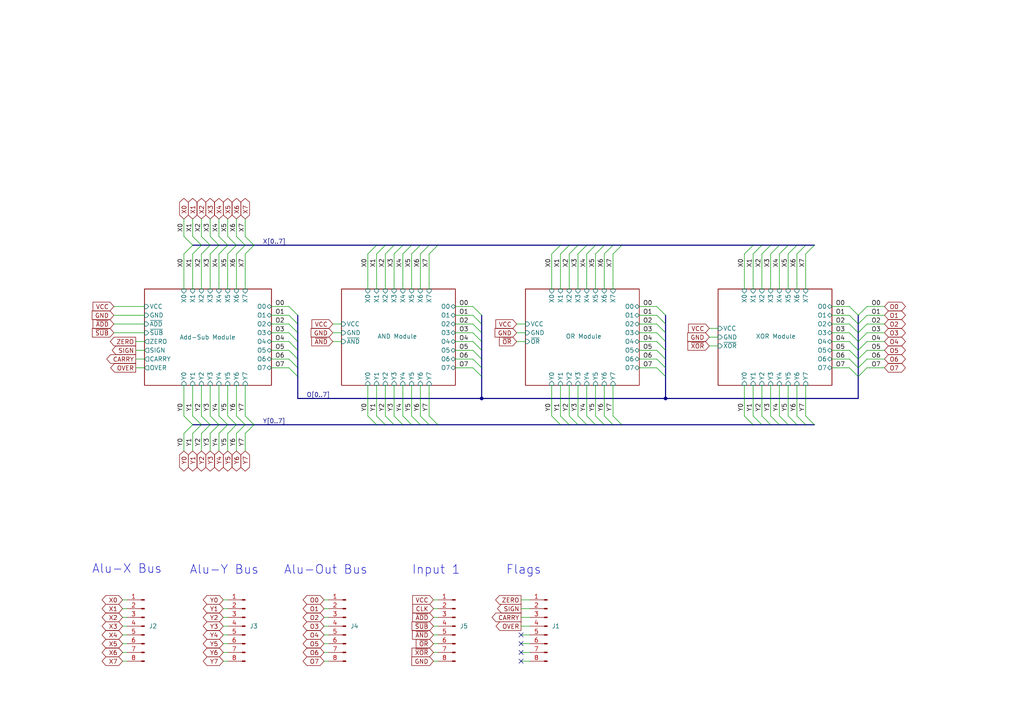
<source format=kicad_sch>
(kicad_sch (version 20250114) (generator "eeschema") (generator_version "9.0")
  (paper "A4")
  (lib_symbols
    (symbol "Connector:Conn_01x08_Pin" (pin_names (offset 1.016) (hide yes))
      (property "Reference" "J" (at 0 10.16 0))
      (property "Value" "Conn_01x08_Pin" (at 0 -12.7 0))
      (symbol "Conn_01x08_Pin_1_1"
        (rectangle (start 0.8636 7.747) (end 0 7.493) (stroke (width 0.1524)) (fill (type outline)))
        (rectangle (start 0.8636 5.207) (end 0 4.953) (stroke (width 0.1524)) (fill (type outline)))
        (rectangle (start 0.8636 2.667) (end 0 2.413) (stroke (width 0.1524)) (fill (type outline)))
        (rectangle (start 0.8636 0.127) (end 0 -0.127) (stroke (width 0.1524)) (fill (type outline)))
        (rectangle (start 0.8636 -2.413) (end 0 -2.667) (stroke (width 0.1524)) (fill (type outline)))
        (rectangle (start 0.8636 -4.953) (end 0 -5.207) (stroke (width 0.1524)) (fill (type outline)))
        (rectangle (start 0.8636 -7.493) (end 0 -7.747) (stroke (width 0.1524)) (fill (type outline)))
        (rectangle (start 0.8636 -10.033) (end 0 -10.287) (stroke (width 0.1524)) (fill (type outline)))
        (polyline (pts (xy 1.27 7.62) (xy 0.8636 7.62)) (stroke (width 0.1524)))
        (polyline (pts (xy 1.27 5.08) (xy 0.8636 5.08)) (stroke (width 0.1524)))
        (polyline (pts (xy 1.27 2.54) (xy 0.8636 2.54)) (stroke (width 0.1524)))
        (polyline (pts (xy 1.27 0) (xy 0.8636 0)) (stroke (width 0.1524)))
        (polyline (pts (xy 1.27 -2.54) (xy 0.8636 -2.54)) (stroke (width 0.1524)))
        (polyline (pts (xy 1.27 -5.08) (xy 0.8636 -5.08)) (stroke (width 0.1524)))
        (polyline (pts (xy 1.27 -7.62) (xy 0.8636 -7.62)) (stroke (width 0.1524)))
        (polyline (pts (xy 1.27 -10.16) (xy 0.8636 -10.16)) (stroke (width 0.1524)))
        (pin passive line (at 5.08 7.62 180) (length 3.81) (name "Pin_1") (number "1"))
        (pin passive line (at 5.08 5.08 180) (length 3.81) (name "Pin_2") (number "2"))
        (pin passive line (at 5.08 2.54 180) (length 3.81) (name "Pin_3") (number "3"))
        (pin passive line (at 5.08 0 180) (length 3.81) (name "Pin_4") (number "4"))
        (pin passive line (at 5.08 -2.54 180) (length 3.81) (name "Pin_5") (number "5"))
        (pin passive line (at 5.08 -5.08 180) (length 3.81) (name "Pin_6") (number "6"))
        (pin passive line (at 5.08 -7.62 180) (length 3.81) (name "Pin_7") (number "7"))
        (pin passive line (at 5.08 -10.16 180) (length 3.81) (name "Pin_8") (number "8"))
      )
    )
  )
  (text "Flags" (at 151.892 165.354 0) (effects (font (size 2.54 2.54))))
  (text "Alu-X Bus" (at 36.83 165.1 0) (effects (font (size 2.54 2.54))))
  (text "Alu-Y Bus" (at 65.024 165.354 0) (effects (font (size 2.54 2.54))))
  (text "Alu-Out Bus" (at 94.488 165.354 0) (effects (font (size 2.54 2.54))))
  (text "Input 1" (at 126.492 165.354 0) (effects (font (size 2.54 2.54))))
  (junction (at 139.7 115.57))
  (junction (at 193.04 115.57))
  (no_connect (at 151.13 189.23))
  (no_connect (at 151.13 186.69))
  (no_connect (at 151.13 184.15))
  (no_connect (at 151.13 191.77))
  (bus_entry (at 60.96 71.12) (size -2.54 2.54))
  (bus_entry (at 223.52 123.19) (size -2.54 -2.54))
  (bus_entry (at 193.04 93.98) (size -2.54 -2.54))
  (bus_entry (at 175.26 71.12) (size -2.54 2.54))
  (bus_entry (at 193.04 106.68) (size -2.54 -2.54))
  (bus_entry (at 162.56 71.12) (size -2.54 2.54))
  (bus_entry (at 220.98 71.12) (size -2.54 2.54))
  (bus_entry (at 55.88 71.12) (size -2.54 -2.54))
  (bus_entry (at 124.46 71.12) (size -2.54 2.54))
  (bus_entry (at 162.56 123.19) (size -2.54 -2.54))
  (bus_entry (at 226.06 71.12) (size -2.54 2.54))
  (bus_entry (at 60.96 71.12) (size -2.54 -2.54))
  (bus_entry (at 193.04 99.06) (size -2.54 -2.54))
  (bus_entry (at 68.58 71.12) (size -2.54 2.54))
  (bus_entry (at 248.92 93.98) (size -2.54 -2.54))
  (bus_entry (at 248.92 99.06) (size -2.54 -2.54))
  (bus_entry (at 116.84 123.19) (size -2.54 -2.54))
  (bus_entry (at 233.68 71.12) (size -2.54 2.54))
  (bus_entry (at 86.36 99.06) (size -2.54 -2.54))
  (bus_entry (at 139.7 104.14) (size -2.54 -2.54))
  (bus_entry (at 139.7 93.98) (size -2.54 -2.54))
  (bus_entry (at 167.64 71.12) (size -2.54 2.54))
  (bus_entry (at 233.68 123.19) (size -2.54 -2.54))
  (bus_entry (at 111.76 123.19) (size -2.54 -2.54))
  (bus_entry (at 180.34 123.19) (size -2.54 -2.54))
  (bus_entry (at 139.7 91.44) (size -2.54 -2.54))
  (bus_entry (at 248.92 93.98) (size 2.54 -2.54))
  (bus_entry (at 170.18 71.12) (size -2.54 2.54))
  (bus_entry (at 236.22 123.19) (size -2.54 -2.54))
  (bus_entry (at 218.44 123.19) (size -2.54 -2.54))
  (bus_entry (at 119.38 71.12) (size -2.54 2.54))
  (bus_entry (at 73.66 123.19) (size -2.54 -2.54))
  (bus_entry (at 193.04 104.14) (size -2.54 -2.54))
  (bus_entry (at 248.92 99.06) (size 2.54 -2.54))
  (bus_entry (at 180.34 71.12) (size -2.54 2.54))
  (bus_entry (at 58.42 71.12) (size -2.54 -2.54))
  (bus_entry (at 73.66 71.12) (size -2.54 2.54))
  (bus_entry (at 86.36 109.22) (size -2.54 -2.54))
  (bus_entry (at 63.5 123.19) (size -2.54 2.54))
  (bus_entry (at 86.36 106.68) (size -2.54 -2.54))
  (bus_entry (at 73.66 71.12) (size -2.54 -2.54))
  (bus_entry (at 114.3 123.19) (size -2.54 -2.54))
  (bus_entry (at 231.14 71.12) (size -2.54 2.54))
  (bus_entry (at 73.66 123.19) (size -2.54 2.54))
  (bus_entry (at 248.92 106.68) (size -2.54 -2.54))
  (bus_entry (at 139.7 96.52) (size -2.54 -2.54))
  (bus_entry (at 175.26 123.19) (size -2.54 -2.54))
  (bus_entry (at 66.04 71.12) (size -2.54 2.54))
  (bus_entry (at 71.12 71.12) (size -2.54 2.54))
  (bus_entry (at 248.92 96.52) (size -2.54 -2.54))
  (bus_entry (at 60.96 123.19) (size -2.54 -2.54))
  (bus_entry (at 228.6 123.19) (size -2.54 -2.54))
  (bus_entry (at 248.92 101.6) (size -2.54 -2.54))
  (bus_entry (at 63.5 71.12) (size -2.54 -2.54))
  (bus_entry (at 193.04 109.22) (size -2.54 -2.54))
  (bus_entry (at 220.98 123.19) (size -2.54 -2.54))
  (bus_entry (at 236.22 71.12) (size -2.54 2.54))
  (bus_entry (at 248.92 101.6) (size 2.54 -2.54))
  (bus_entry (at 231.14 123.19) (size -2.54 -2.54))
  (bus_entry (at 68.58 123.19) (size -2.54 2.54))
  (bus_entry (at 68.58 123.19) (size -2.54 -2.54))
  (bus_entry (at 218.44 71.12) (size -2.54 2.54))
  (bus_entry (at 66.04 123.19) (size -2.54 2.54))
  (bus_entry (at 170.18 123.19) (size -2.54 -2.54))
  (bus_entry (at 139.7 101.6) (size -2.54 -2.54))
  (bus_entry (at 58.42 71.12) (size -2.54 2.54))
  (bus_entry (at 86.36 91.44) (size -2.54 -2.54))
  (bus_entry (at 248.92 106.68) (size 2.54 -2.54))
  (bus_entry (at 193.04 91.44) (size -2.54 -2.54))
  (bus_entry (at 248.92 109.22) (size 2.54 -2.54))
  (bus_entry (at 71.12 123.19) (size -2.54 2.54))
  (bus_entry (at 86.36 93.98) (size -2.54 -2.54))
  (bus_entry (at 58.42 123.19) (size -2.54 -2.54))
  (bus_entry (at 86.36 101.6) (size -2.54 -2.54))
  (bus_entry (at 71.12 123.19) (size -2.54 -2.54))
  (bus_entry (at 139.7 99.06) (size -2.54 -2.54))
  (bus_entry (at 248.92 91.44) (size -2.54 -2.54))
  (bus_entry (at 193.04 96.52) (size -2.54 -2.54))
  (bus_entry (at 177.8 71.12) (size -2.54 2.54))
  (bus_entry (at 223.52 71.12) (size -2.54 2.54))
  (bus_entry (at 248.92 104.14) (size -2.54 -2.54))
  (bus_entry (at 55.88 123.19) (size -2.54 2.54))
  (bus_entry (at 116.84 71.12) (size -2.54 2.54))
  (bus_entry (at 172.72 123.19) (size -2.54 -2.54))
  (bus_entry (at 139.7 109.22) (size -2.54 -2.54))
  (bus_entry (at 139.7 106.68) (size -2.54 -2.54))
  (bus_entry (at 63.5 71.12) (size -2.54 2.54))
  (bus_entry (at 66.04 71.12) (size -2.54 -2.54))
  (bus_entry (at 228.6 71.12) (size -2.54 2.54))
  (bus_entry (at 68.58 71.12) (size -2.54 -2.54))
  (bus_entry (at 119.38 123.19) (size -2.54 -2.54))
  (bus_entry (at 177.8 123.19) (size -2.54 -2.54))
  (bus_entry (at 193.04 101.6) (size -2.54 -2.54))
  (bus_entry (at 226.06 123.19) (size -2.54 -2.54))
  (bus_entry (at 58.42 123.19) (size -2.54 2.54))
  (bus_entry (at 127 123.19) (size -2.54 -2.54))
  (bus_entry (at 109.22 123.19) (size -2.54 -2.54))
  (bus_entry (at 55.88 123.19) (size -2.54 -2.54))
  (bus_entry (at 172.72 71.12) (size -2.54 2.54))
  (bus_entry (at 165.1 123.19) (size -2.54 -2.54))
  (bus_entry (at 121.92 71.12) (size -2.54 2.54))
  (bus_entry (at 248.92 91.44) (size 2.54 -2.54))
  (bus_entry (at 248.92 109.22) (size -2.54 -2.54))
  (bus_entry (at 109.22 71.12) (size -2.54 2.54))
  (bus_entry (at 111.76 71.12) (size -2.54 2.54))
  (bus_entry (at 86.36 96.52) (size -2.54 -2.54))
  (bus_entry (at 114.3 71.12) (size -2.54 2.54))
  (bus_entry (at 121.92 123.19) (size -2.54 -2.54))
  (bus_entry (at 55.88 71.12) (size -2.54 2.54))
  (bus_entry (at 63.5 123.19) (size -2.54 -2.54))
  (bus_entry (at 124.46 123.19) (size -2.54 -2.54))
  (bus_entry (at 167.64 123.19) (size -2.54 -2.54))
  (bus_entry (at 60.96 123.19) (size -2.54 2.54))
  (bus_entry (at 248.92 96.52) (size 2.54 -2.54))
  (bus_entry (at 71.12 71.12) (size -2.54 -2.54))
  (bus_entry (at 165.1 71.12) (size -2.54 2.54))
  (bus_entry (at 127 71.12) (size -2.54 2.54))
  (bus_entry (at 66.04 123.19) (size -2.54 -2.54))
  (bus_entry (at 86.36 104.14) (size -2.54 -2.54))
  (bus_entry (at 248.92 104.14) (size 2.54 -2.54))
  (wire (pts (xy 160.02 83.82) (xy 160.02 73.66)))
  (bus (pts (xy 162.56 71.12) (xy 165.1 71.12)))
  (bus (pts (xy 121.92 123.19) (xy 124.46 123.19)))
  (wire (pts (xy 256.54 106.68) (xy 251.46 106.68)))
  (bus (pts (xy 193.04 109.22) (xy 193.04 115.57)))
  (wire (pts (xy 132.08 101.6) (xy 137.16 101.6)))
  (wire (pts (xy 151.13 191.77) (xy 153.67 191.77)))
  (wire (pts (xy 218.44 111.76) (xy 218.44 120.65)))
  (wire (pts (xy 63.5 83.82) (xy 63.5 73.66)))
  (wire (pts (xy 256.54 104.14) (xy 251.46 104.14)))
  (bus (pts (xy 223.52 123.19) (xy 226.06 123.19)))
  (wire (pts (xy 58.42 83.82) (xy 58.42 73.66)))
  (wire (pts (xy 55.88 125.73) (xy 55.88 130.81)))
  (wire (pts (xy 256.54 93.98) (xy 251.46 93.98)))
  (bus (pts (xy 193.04 104.14) (xy 193.04 106.68)))
  (bus (pts (xy 172.72 71.12) (xy 175.26 71.12)))
  (wire (pts (xy 106.68 111.76) (xy 106.68 120.65)))
  (wire (pts (xy 53.34 63.5) (xy 53.34 68.58)))
  (wire (pts (xy 220.98 111.76) (xy 220.98 120.65)))
  (bus (pts (xy 165.1 123.19) (xy 167.64 123.19)))
  (bus (pts (xy 193.04 93.98) (xy 193.04 96.52)))
  (bus (pts (xy 71.12 123.19) (xy 73.66 123.19)))
  (bus (pts (xy 248.92 93.98) (xy 248.92 96.52)))
  (wire (pts (xy 78.74 96.52) (xy 83.82 96.52)))
  (bus (pts (xy 139.7 109.22) (xy 139.7 115.57)))
  (wire (pts (xy 66.04 173.99) (xy 64.77 173.99)))
  (wire (pts (xy 132.08 88.9) (xy 137.16 88.9)))
  (wire (pts (xy 151.13 179.07) (xy 153.67 179.07)))
  (wire (pts (xy 205.74 95.25) (xy 208.28 95.25)))
  (wire (pts (xy 71.12 83.82) (xy 71.12 73.66)))
  (bus (pts (xy 68.58 123.19) (xy 71.12 123.19)))
  (wire (pts (xy 228.6 111.76) (xy 228.6 120.65)))
  (wire (pts (xy 96.52 99.06) (xy 99.06 99.06)))
  (bus (pts (xy 175.26 123.19) (xy 177.8 123.19)))
  (bus (pts (xy 116.84 123.19) (xy 119.38 123.19)))
  (bus (pts (xy 86.36 101.6) (xy 86.36 104.14)))
  (bus (pts (xy 218.44 71.12) (xy 220.98 71.12)))
  (wire (pts (xy 66.04 184.15) (xy 64.77 184.15)))
  (wire (pts (xy 39.37 101.6) (xy 41.91 101.6)))
  (bus (pts (xy 231.14 123.19) (xy 233.68 123.19)))
  (wire (pts (xy 58.42 111.76) (xy 58.42 120.65)))
  (bus (pts (xy 60.96 71.12) (xy 63.5 71.12)))
  (bus (pts (xy 109.22 71.12) (xy 111.76 71.12)))
  (wire (pts (xy 132.08 99.06) (xy 137.16 99.06)))
  (bus (pts (xy 139.7 115.57) (xy 193.04 115.57)))
  (wire (pts (xy 185.42 106.68) (xy 190.5 106.68)))
  (wire (pts (xy 78.74 91.44) (xy 83.82 91.44)))
  (wire (pts (xy 119.38 83.82) (xy 119.38 73.66)))
  (bus (pts (xy 228.6 123.19) (xy 231.14 123.19)))
  (wire (pts (xy 36.83 184.15) (xy 35.56 184.15)))
  (wire (pts (xy 39.37 106.68) (xy 41.91 106.68)))
  (wire (pts (xy 116.84 111.76) (xy 116.84 120.65)))
  (bus (pts (xy 162.56 123.19) (xy 165.1 123.19)))
  (wire (pts (xy 95.25 189.23) (xy 93.98 189.23)))
  (wire (pts (xy 162.56 83.82) (xy 162.56 73.66)))
  (bus (pts (xy 111.76 71.12) (xy 114.3 71.12)))
  (wire (pts (xy 185.42 91.44) (xy 190.5 91.44)))
  (bus (pts (xy 66.04 71.12) (xy 68.58 71.12)))
  (bus (pts (xy 116.84 71.12) (xy 119.38 71.12)))
  (wire (pts (xy 231.14 111.76) (xy 231.14 120.65)))
  (bus (pts (xy 86.36 93.98) (xy 86.36 96.52)))
  (bus (pts (xy 71.12 71.12) (xy 73.66 71.12)))
  (wire (pts (xy 241.3 104.14) (xy 246.38 104.14)))
  (wire (pts (xy 125.73 184.15) (xy 127 184.15)))
  (wire (pts (xy 121.92 111.76) (xy 121.92 120.65)))
  (bus (pts (xy 228.6 71.12) (xy 231.14 71.12)))
  (bus (pts (xy 114.3 123.19) (xy 116.84 123.19)))
  (wire (pts (xy 66.04 176.53) (xy 64.77 176.53)))
  (wire (pts (xy 60.96 125.73) (xy 60.96 130.81)))
  (wire (pts (xy 241.3 96.52) (xy 246.38 96.52)))
  (wire (pts (xy 33.02 88.9) (xy 41.91 88.9)))
  (bus (pts (xy 66.04 123.19) (xy 68.58 123.19)))
  (wire (pts (xy 231.14 83.82) (xy 231.14 73.66)))
  (bus (pts (xy 127 123.19) (xy 162.56 123.19)))
  (bus (pts (xy 139.7 106.68) (xy 139.7 109.22)))
  (bus (pts (xy 139.7 101.6) (xy 139.7 104.14)))
  (wire (pts (xy 58.42 125.73) (xy 58.42 130.81)))
  (wire (pts (xy 109.22 83.82) (xy 109.22 73.66)))
  (bus (pts (xy 165.1 71.12) (xy 167.64 71.12)))
  (bus (pts (xy 226.06 71.12) (xy 228.6 71.12)))
  (wire (pts (xy 53.34 125.73) (xy 53.34 130.81)))
  (bus (pts (xy 167.64 123.19) (xy 170.18 123.19)))
  (wire (pts (xy 111.76 83.82) (xy 111.76 73.66)))
  (wire (pts (xy 256.54 99.06) (xy 251.46 99.06)))
  (bus (pts (xy 86.36 99.06) (xy 86.36 101.6)))
  (wire (pts (xy 33.02 93.98) (xy 41.91 93.98)))
  (wire (pts (xy 109.22 111.76) (xy 109.22 120.65)))
  (wire (pts (xy 78.74 93.98) (xy 83.82 93.98)))
  (bus (pts (xy 220.98 71.12) (xy 223.52 71.12)))
  (wire (pts (xy 55.88 83.82) (xy 55.88 73.66)))
  (wire (pts (xy 149.86 93.98) (xy 152.4 93.98)))
  (wire (pts (xy 111.76 111.76) (xy 111.76 120.65)))
  (wire (pts (xy 68.58 111.76) (xy 68.58 120.65)))
  (wire (pts (xy 241.3 93.98) (xy 246.38 93.98)))
  (wire (pts (xy 36.83 189.23) (xy 35.56 189.23)))
  (wire (pts (xy 66.04 189.23) (xy 64.77 189.23)))
  (wire (pts (xy 241.3 88.9) (xy 246.38 88.9)))
  (wire (pts (xy 116.84 83.82) (xy 116.84 73.66)))
  (wire (pts (xy 151.13 181.61) (xy 153.67 181.61)))
  (wire (pts (xy 33.02 91.44) (xy 41.91 91.44)))
  (bus (pts (xy 193.04 91.44) (xy 193.04 93.98)))
  (wire (pts (xy 95.25 173.99) (xy 93.98 173.99)))
  (bus (pts (xy 248.92 96.52) (xy 248.92 99.06)))
  (bus (pts (xy 60.96 123.19) (xy 63.5 123.19)))
  (wire (pts (xy 162.56 111.76) (xy 162.56 120.65)))
  (wire (pts (xy 119.38 111.76) (xy 119.38 120.65)))
  (bus (pts (xy 180.34 71.12) (xy 218.44 71.12)))
  (wire (pts (xy 36.83 191.77) (xy 35.56 191.77)))
  (bus (pts (xy 226.06 123.19) (xy 228.6 123.19)))
  (wire (pts (xy 132.08 104.14) (xy 137.16 104.14)))
  (wire (pts (xy 167.64 111.76) (xy 167.64 120.65)))
  (bus (pts (xy 63.5 71.12) (xy 66.04 71.12)))
  (bus (pts (xy 55.88 123.19) (xy 58.42 123.19)))
  (bus (pts (xy 139.7 99.06) (xy 139.7 101.6)))
  (wire (pts (xy 66.04 125.73) (xy 66.04 130.81)))
  (wire (pts (xy 233.68 83.82) (xy 233.68 73.66)))
  (wire (pts (xy 53.34 111.76) (xy 53.34 120.65)))
  (wire (pts (xy 241.3 106.68) (xy 246.38 106.68)))
  (wire (pts (xy 55.88 111.76) (xy 55.88 120.65)))
  (wire (pts (xy 149.86 99.06) (xy 152.4 99.06)))
  (wire (pts (xy 63.5 63.5) (xy 63.5 68.58)))
  (wire (pts (xy 125.73 189.23) (xy 127 189.23)))
  (wire (pts (xy 151.13 184.15) (xy 153.67 184.15)))
  (wire (pts (xy 256.54 91.44) (xy 251.46 91.44)))
  (bus (pts (xy 119.38 123.19) (xy 121.92 123.19)))
  (wire (pts (xy 66.04 191.77) (xy 64.77 191.77)))
  (bus (pts (xy 193.04 99.06) (xy 193.04 101.6)))
  (wire (pts (xy 125.73 191.77) (xy 127 191.77)))
  (wire (pts (xy 78.74 104.14) (xy 83.82 104.14)))
  (bus (pts (xy 248.92 104.14) (xy 248.92 106.68)))
  (wire (pts (xy 78.74 106.68) (xy 83.82 106.68)))
  (wire (pts (xy 39.37 104.14) (xy 41.91 104.14)))
  (bus (pts (xy 223.52 71.12) (xy 226.06 71.12)))
  (bus (pts (xy 175.26 71.12) (xy 177.8 71.12)))
  (bus (pts (xy 180.34 123.19) (xy 218.44 123.19)))
  (bus (pts (xy 127 71.12) (xy 162.56 71.12)))
  (bus (pts (xy 121.92 71.12) (xy 124.46 71.12)))
  (wire (pts (xy 95.25 181.61) (xy 93.98 181.61)))
  (bus (pts (xy 248.92 106.68) (xy 248.92 109.22)))
  (wire (pts (xy 78.74 99.06) (xy 83.82 99.06)))
  (wire (pts (xy 125.73 186.69) (xy 127 186.69)))
  (bus (pts (xy 58.42 123.19) (xy 60.96 123.19)))
  (wire (pts (xy 151.13 173.99) (xy 153.67 173.99)))
  (wire (pts (xy 96.52 96.52) (xy 99.06 96.52)))
  (wire (pts (xy 220.98 83.82) (xy 220.98 73.66)))
  (wire (pts (xy 218.44 83.82) (xy 218.44 73.66)))
  (wire (pts (xy 78.74 88.9) (xy 83.82 88.9)))
  (bus (pts (xy 193.04 101.6) (xy 193.04 104.14)))
  (wire (pts (xy 223.52 83.82) (xy 223.52 73.66)))
  (wire (pts (xy 165.1 111.76) (xy 165.1 120.65)))
  (wire (pts (xy 151.13 186.69) (xy 153.67 186.69)))
  (wire (pts (xy 151.13 189.23) (xy 153.67 189.23)))
  (bus (pts (xy 248.92 109.22) (xy 248.92 115.57)))
  (wire (pts (xy 36.83 186.69) (xy 35.56 186.69)))
  (wire (pts (xy 60.96 111.76) (xy 60.96 120.65)))
  (wire (pts (xy 167.64 83.82) (xy 167.64 73.66)))
  (wire (pts (xy 71.12 63.5) (xy 71.12 68.58)))
  (wire (pts (xy 63.5 111.76) (xy 63.5 120.65)))
  (wire (pts (xy 125.73 173.99) (xy 127 173.99)))
  (bus (pts (xy 193.04 106.68) (xy 193.04 109.22)))
  (bus (pts (xy 86.36 96.52) (xy 86.36 99.06)))
  (wire (pts (xy 95.25 184.15) (xy 93.98 184.15)))
  (wire (pts (xy 223.52 111.76) (xy 223.52 120.65)))
  (wire (pts (xy 177.8 83.82) (xy 177.8 73.66)))
  (wire (pts (xy 256.54 88.9) (xy 251.46 88.9)))
  (wire (pts (xy 165.1 83.82) (xy 165.1 73.66)))
  (wire (pts (xy 68.58 125.73) (xy 68.58 130.81)))
  (bus (pts (xy 86.36 109.22) (xy 86.36 115.57)))
  (wire (pts (xy 170.18 83.82) (xy 170.18 73.66)))
  (wire (pts (xy 66.04 63.5) (xy 66.04 68.58)))
  (wire (pts (xy 256.54 96.52) (xy 251.46 96.52)))
  (bus (pts (xy 86.36 104.14) (xy 86.36 106.68)))
  (wire (pts (xy 185.42 101.6) (xy 190.5 101.6)))
  (wire (pts (xy 233.68 111.76) (xy 233.68 120.65)))
  (bus (pts (xy 114.3 71.12) (xy 116.84 71.12)))
  (wire (pts (xy 132.08 91.44) (xy 137.16 91.44)))
  (bus (pts (xy 172.72 123.19) (xy 175.26 123.19)))
  (wire (pts (xy 205.74 97.79) (xy 208.28 97.79)))
  (wire (pts (xy 125.73 181.61) (xy 127 181.61)))
  (wire (pts (xy 215.9 83.82) (xy 215.9 73.66)))
  (bus (pts (xy 218.44 123.19) (xy 220.98 123.19)))
  (wire (pts (xy 226.06 83.82) (xy 226.06 73.66)))
  (bus (pts (xy 139.7 93.98) (xy 139.7 96.52)))
  (bus (pts (xy 73.66 123.19) (xy 109.22 123.19)))
  (wire (pts (xy 66.04 179.07) (xy 64.77 179.07)))
  (wire (pts (xy 60.96 63.5) (xy 60.96 68.58)))
  (wire (pts (xy 114.3 111.76) (xy 114.3 120.65)))
  (wire (pts (xy 185.42 99.06) (xy 190.5 99.06)))
  (wire (pts (xy 121.92 83.82) (xy 121.92 73.66)))
  (wire (pts (xy 132.08 96.52) (xy 137.16 96.52)))
  (wire (pts (xy 95.25 179.07) (xy 93.98 179.07)))
  (wire (pts (xy 205.74 100.33) (xy 208.28 100.33)))
  (bus (pts (xy 58.42 71.12) (xy 60.96 71.12)))
  (wire (pts (xy 132.08 93.98) (xy 137.16 93.98)))
  (bus (pts (xy 248.92 101.6) (xy 248.92 104.14)))
  (wire (pts (xy 256.54 101.6) (xy 251.46 101.6)))
  (wire (pts (xy 215.9 111.76) (xy 215.9 120.65)))
  (wire (pts (xy 185.42 93.98) (xy 190.5 93.98)))
  (wire (pts (xy 95.25 186.69) (xy 93.98 186.69)))
  (wire (pts (xy 172.72 111.76) (xy 172.72 120.65)))
  (wire (pts (xy 185.42 88.9) (xy 190.5 88.9)))
  (wire (pts (xy 175.26 111.76) (xy 175.26 120.65)))
  (bus (pts (xy 55.88 71.12) (xy 58.42 71.12)))
  (wire (pts (xy 125.73 176.53) (xy 127 176.53)))
  (bus (pts (xy 220.98 123.19) (xy 223.52 123.19)))
  (wire (pts (xy 96.52 93.98) (xy 99.06 93.98)))
  (wire (pts (xy 172.72 83.82) (xy 172.72 73.66)))
  (wire (pts (xy 170.18 111.76) (xy 170.18 120.65)))
  (wire (pts (xy 53.34 83.82) (xy 53.34 73.66)))
  (wire (pts (xy 68.58 83.82) (xy 68.58 73.66)))
  (wire (pts (xy 151.13 176.53) (xy 153.67 176.53)))
  (wire (pts (xy 124.46 83.82) (xy 124.46 73.66)))
  (wire (pts (xy 78.74 101.6) (xy 83.82 101.6)))
  (wire (pts (xy 71.12 125.73) (xy 71.12 130.81)))
  (wire (pts (xy 66.04 181.61) (xy 64.77 181.61)))
  (wire (pts (xy 66.04 83.82) (xy 66.04 73.66)))
  (bus (pts (xy 109.22 123.19) (xy 111.76 123.19)))
  (bus (pts (xy 233.68 123.19) (xy 236.22 123.19)))
  (bus (pts (xy 124.46 123.19) (xy 127 123.19)))
  (wire (pts (xy 36.83 179.07) (xy 35.56 179.07)))
  (wire (pts (xy 66.04 186.69) (xy 64.77 186.69)))
  (wire (pts (xy 36.83 173.99) (xy 35.56 173.99)))
  (wire (pts (xy 177.8 111.76) (xy 177.8 120.65)))
  (bus (pts (xy 73.66 71.12) (xy 109.22 71.12)))
  (bus (pts (xy 63.5 123.19) (xy 66.04 123.19)))
  (wire (pts (xy 228.6 83.82) (xy 228.6 73.66)))
  (bus (pts (xy 248.92 91.44) (xy 248.92 93.98)))
  (wire (pts (xy 185.42 96.52) (xy 190.5 96.52)))
  (wire (pts (xy 132.08 106.68) (xy 137.16 106.68)))
  (wire (pts (xy 241.3 101.6) (xy 246.38 101.6)))
  (wire (pts (xy 36.83 176.53) (xy 35.56 176.53)))
  (wire (pts (xy 241.3 99.06) (xy 246.38 99.06)))
  (bus (pts (xy 119.38 71.12) (xy 121.92 71.12)))
  (wire (pts (xy 58.42 63.5) (xy 58.42 68.58)))
  (wire (pts (xy 60.96 83.82) (xy 60.96 73.66)))
  (bus (pts (xy 111.76 123.19) (xy 114.3 123.19)))
  (wire (pts (xy 71.12 111.76) (xy 71.12 120.65)))
  (wire (pts (xy 36.83 181.61) (xy 35.56 181.61)))
  (bus (pts (xy 167.64 71.12) (xy 170.18 71.12)))
  (bus (pts (xy 124.46 71.12) (xy 127 71.12)))
  (bus (pts (xy 86.36 91.44) (xy 86.36 93.98)))
  (wire (pts (xy 241.3 91.44) (xy 246.38 91.44)))
  (bus (pts (xy 193.04 96.52) (xy 193.04 99.06)))
  (bus (pts (xy 86.36 115.57) (xy 139.7 115.57)))
  (wire (pts (xy 125.73 179.07) (xy 127 179.07)))
  (wire (pts (xy 124.46 111.76) (xy 124.46 120.65)))
  (wire (pts (xy 114.3 83.82) (xy 114.3 73.66)))
  (bus (pts (xy 248.92 99.06) (xy 248.92 101.6)))
  (wire (pts (xy 106.68 83.82) (xy 106.68 73.66)))
  (bus (pts (xy 170.18 71.12) (xy 172.72 71.12)))
  (wire (pts (xy 185.42 104.14) (xy 190.5 104.14)))
  (wire (pts (xy 63.5 125.73) (xy 63.5 130.81)))
  (bus (pts (xy 139.7 104.14) (xy 139.7 106.68)))
  (wire (pts (xy 95.25 191.77) (xy 93.98 191.77)))
  (wire (pts (xy 39.37 99.06) (xy 41.91 99.06)))
  (bus (pts (xy 170.18 123.19) (xy 172.72 123.19)))
  (bus (pts (xy 177.8 123.19) (xy 180.34 123.19)))
  (wire (pts (xy 175.26 83.82) (xy 175.26 73.66)))
  (wire (pts (xy 95.25 176.53) (xy 93.98 176.53)))
  (wire (pts (xy 66.04 111.76) (xy 66.04 120.65)))
  (bus (pts (xy 233.68 71.12) (xy 236.22 71.12)))
  (bus (pts (xy 139.7 91.44) (xy 139.7 93.98)))
  (wire (pts (xy 68.58 63.5) (xy 68.58 68.58)))
  (bus (pts (xy 193.04 115.57) (xy 248.92 115.57)))
  (wire (pts (xy 226.06 111.76) (xy 226.06 120.65)))
  (bus (pts (xy 68.58 71.12) (xy 71.12 71.12)))
  (wire (pts (xy 160.02 111.76) (xy 160.02 120.65)))
  (bus (pts (xy 86.36 106.68) (xy 86.36 109.22)))
  (wire (pts (xy 55.88 63.5) (xy 55.88 68.58)))
  (wire (pts (xy 33.02 96.52) (xy 41.91 96.52)))
  (bus (pts (xy 177.8 71.12) (xy 180.34 71.12)))
  (wire (pts (xy 149.86 96.52) (xy 152.4 96.52)))
  (bus (pts (xy 231.14 71.12) (xy 233.68 71.12)))
  (bus (pts (xy 139.7 96.52) (xy 139.7 99.06)))
  (label "Y5" (at 172.72 119.38 90))
  (label "X6" (at 68.58 67.31 90))
  (label "Y0" (at 160.02 119.38 90))
  (label "X3" (at 60.96 67.31 90))
  (label "O2" (at 82.55 93.98 180))
  (label "X1" (at 218.44 74.93 270))
  (label "Y7" (at 124.46 119.38 90))
  (label "Y6" (at 68.58 119.38 90))
  (label "X1" (at 55.88 67.31 90))
  (label "Y7" (at 233.68 119.38 90))
  (label "X2" (at 58.42 67.31 90))
  (label "Y2" (at 58.42 119.38 90))
  (label "X2" (at 111.76 74.93 270))
  (label "X6" (at 231.14 74.93 270))
  (label "X7" (at 177.8 74.93 270))
  (label "X0" (at 53.34 67.31 90))
  (label "X3" (at 60.96 74.93 270))
  (label "O2" (at 245.11 93.98 180))
  (label "Y2" (at 111.76 119.38 90))
  (label "Y7" (at 71.12 127 270))
  (label "Y6" (at 121.92 119.38 90))
  (label "X1" (at 162.56 74.93 270))
  (label "O1" (at 135.89 91.44 180))
  (label "Y2" (at 220.98 119.38 90))
  (label "O3" (at 82.55 96.52 180))
  (label "O4" (at 252.73 99.06 0))
  (label "Y1" (at 55.88 127 270))
  (label "O5" (at 252.73 101.6 0))
  (label "Y0" (at 53.34 127 270))
  (label "Y1" (at 162.56 119.38 90))
  (label "Y3" (at 114.3 119.38 90))
  (label "O7" (at 245.11 106.68 180))
  (label "X3" (at 167.64 74.93 270))
  (label "Y4" (at 116.84 119.38 90))
  (label "O3" (at 135.89 96.52 180))
  (label "X2" (at 165.1 74.93 270))
  (label "O1" (at 252.73 91.44 0))
  (label "X6" (at 68.58 74.93 270))
  (label "X5" (at 228.6 74.93 270))
  (label "O5" (at 135.89 101.6 180))
  (label "Y0" (at 106.68 119.38 90))
  (label "Y3" (at 223.52 119.38 90))
  (label "X3" (at 223.52 74.93 270))
  (label "Y5" (at 66.04 127 270))
  (label "Y6" (at 175.26 119.38 90))
  (label "X2" (at 58.42 74.93 270))
  (label "O0" (at 245.11 88.9 180))
  (label "O4" (at 82.55 99.06 180))
  (label "O[0..7]" (at 88.9 115.57 0))
  (label "Y1" (at 218.44 119.38 90))
  (label "Y6" (at 231.14 119.38 90))
  (label "Y7" (at 177.8 119.38 90))
  (label "O5" (at 189.23 101.6 180))
  (label "O3" (at 245.11 96.52 180))
  (label "X7" (at 71.12 67.31 90))
  (label "Y0" (at 53.34 119.38 90))
  (label "X7" (at 233.68 74.93 270))
  (label "Y7" (at 71.12 119.38 90))
  (label "O2" (at 135.89 93.98 180))
  (label "X0" (at 53.34 74.93 270))
  (label "X4" (at 170.18 74.93 270))
  (label "O4" (at 245.11 99.06 180))
  (label "O1" (at 245.11 91.44 180))
  (label "X4" (at 63.5 74.93 270))
  (label "X4" (at 226.06 74.93 270))
  (label "O0" (at 252.73 88.9 0))
  (label "O6" (at 245.11 104.14 180))
  (label "O5" (at 82.55 101.6 180))
  (label "X5" (at 66.04 67.31 90))
  (label "O4" (at 135.89 99.06 180))
  (label "Y[0..7]" (at 76.2 123.19 0))
  (label "Y6" (at 68.58 127 270))
  (label "X5" (at 172.72 74.93 270))
  (label "X[0..7]" (at 76.2 71.12 0))
  (label "O6" (at 252.73 104.14 0))
  (label "O4" (at 189.23 99.06 180))
  (label "Y5" (at 66.04 119.38 90))
  (label "X6" (at 175.26 74.93 270))
  (label "Y3" (at 60.96 127 270))
  (label "O0" (at 135.89 88.9 180))
  (label "O0" (at 82.55 88.9 180))
  (label "X1" (at 109.22 74.93 270))
  (label "Y2" (at 165.1 119.38 90))
  (label "Y1" (at 55.88 119.38 90))
  (label "X1" (at 55.88 74.93 270))
  (label "O0" (at 189.23 88.9 180))
  (label "Y0" (at 215.9 119.38 90))
  (label "O1" (at 189.23 91.44 180))
  (label "X2" (at 220.98 74.93 270))
  (label "O7" (at 189.23 106.68 180))
  (label "X4" (at 63.5 67.31 90))
  (label "X3" (at 114.3 74.93 270))
  (label "X6" (at 121.92 74.93 270))
  (label "O2" (at 189.23 93.98 180))
  (label "O1" (at 82.55 91.44 180))
  (label "O7" (at 252.73 106.68 0))
  (label "Y1" (at 109.22 119.38 90))
  (label "Y4" (at 63.5 127 270))
  (label "O6" (at 135.89 104.14 180))
  (label "Y5" (at 119.38 119.38 90))
  (label "X7" (at 71.12 74.93 270))
  (label "O6" (at 82.55 104.14 180))
  (label "O7" (at 82.55 106.68 180))
  (label "X5" (at 119.38 74.93 270))
  (label "Y4" (at 170.18 119.38 90))
  (label "X0" (at 106.68 74.93 270))
  (label "X4" (at 116.84 74.93 270))
  (label "Y5" (at 228.6 119.38 90))
  (label "O5" (at 245.11 101.6 180))
  (label "X5" (at 66.04 74.93 270))
  (label "Y3" (at 60.96 119.38 90))
  (label "X0" (at 160.02 74.93 270))
  (label "O3" (at 189.23 96.52 180))
  (label "Y4" (at 63.5 119.38 90))
  (label "O7" (at 135.89 106.68 180))
  (label "Y3" (at 167.64 119.38 90))
  (label "X7" (at 124.46 74.93 270))
  (label "Y2" (at 58.42 127 270))
  (label "O3" (at 252.73 96.52 0))
  (label "O2" (at 252.73 93.98 0))
  (label "O6" (at 189.23 104.14 180))
  (label "Y4" (at 226.06 119.38 90))
  (label "X0" (at 215.9 74.93 270))
  (global_label "Y2" (shape tri_state) (at 64.77 179.07 180) (property "Intersheetrefs" "${INTERSHEET_REFS}" (effects (hide yes))))
  (global_label "Y6" (shape tri_state) (at 68.58 130.81 270) (property "Intersheetrefs" "${INTERSHEET_REFS}" (effects (hide yes))))
  (global_label "O3" (shape tri_state) (at 93.98 181.61 180) (property "Intersheetrefs" "${INTERSHEET_REFS}" (effects (hide yes))))
  (global_label "SIGN" (shape output) (at 39.37 101.6 180) (property "Intersheetrefs" "${INTERSHEET_REFS}" (effects (hide yes))))
  (global_label "X0" (shape tri_state) (at 53.34 63.5 90) (property "Intersheetrefs" "${INTERSHEET_REFS}" (effects (hide yes))))
  (global_label "~{ADD}" (shape input) (at 125.73 179.07 180) (property "Intersheetrefs" "${INTERSHEET_REFS}" (effects (hide yes))))
  (global_label "O0" (shape tri_state) (at 93.98 173.99 180) (property "Intersheetrefs" "${INTERSHEET_REFS}" (effects (hide yes))))
  (global_label "Y4" (shape tri_state) (at 63.5 130.81 270) (property "Intersheetrefs" "${INTERSHEET_REFS}" (effects (hide yes))))
  (global_label "X3" (shape tri_state) (at 35.56 181.61 180) (property "Intersheetrefs" "${INTERSHEET_REFS}" (effects (hide yes))))
  (global_label "~{XOR}" (shape input) (at 205.74 100.33 180) (property "Intersheetrefs" "${INTERSHEET_REFS}" (effects (hide yes))))
  (global_label "X0" (shape tri_state) (at 35.56 173.99 180) (property "Intersheetrefs" "${INTERSHEET_REFS}" (effects (hide yes))))
  (global_label "GND" (shape input) (at 96.52 96.52 180) (property "Intersheetrefs" "${INTERSHEET_REFS}" (effects (hide yes))))
  (global_label "O0" (shape tri_state) (at 256.54 88.9 0) (property "Intersheetrefs" "${INTERSHEET_REFS}" (effects (hide yes))))
  (global_label "~{XOR}" (shape input) (at 125.73 189.23 180) (property "Intersheetrefs" "${INTERSHEET_REFS}" (effects (hide yes))))
  (global_label "O2" (shape tri_state) (at 93.98 179.07 180) (property "Intersheetrefs" "${INTERSHEET_REFS}" (effects (hide yes))))
  (global_label "~{OR}" (shape input) (at 125.73 186.69 180) (property "Intersheetrefs" "${INTERSHEET_REFS}" (effects (hide yes))))
  (global_label "X5" (shape tri_state) (at 66.04 63.5 90) (property "Intersheetrefs" "${INTERSHEET_REFS}" (effects (hide yes))))
  (global_label "GND" (shape input) (at 149.86 96.52 180) (property "Intersheetrefs" "${INTERSHEET_REFS}" (effects (hide yes))))
  (global_label "X2" (shape tri_state) (at 35.56 179.07 180) (property "Intersheetrefs" "${INTERSHEET_REFS}" (effects (hide yes))))
  (global_label "SIGN" (shape output) (at 151.13 176.53 180) (property "Intersheetrefs" "${INTERSHEET_REFS}" (effects (hide yes))))
  (global_label "O7" (shape tri_state) (at 256.54 106.68 0) (property "Intersheetrefs" "${INTERSHEET_REFS}" (effects (hide yes))))
  (global_label "VCC" (shape input) (at 125.73 173.99 180) (property "Intersheetrefs" "${INTERSHEET_REFS}" (effects (hide yes))))
  (global_label "~{AND}" (shape input) (at 96.52 99.06 180) (property "Intersheetrefs" "${INTERSHEET_REFS}" (effects (hide yes))))
  (global_label "X1" (shape tri_state) (at 35.56 176.53 180) (property "Intersheetrefs" "${INTERSHEET_REFS}" (effects (hide yes))))
  (global_label "CLK" (shape input) (at 125.73 176.53 180) (property "Intersheetrefs" "${INTERSHEET_REFS}" (effects (hide yes))))
  (global_label "CARRY" (shape output) (at 151.13 179.07 180) (property "Intersheetrefs" "${INTERSHEET_REFS}" (effects (hide yes))))
  (global_label "O7" (shape tri_state) (at 93.98 191.77 180) (property "Intersheetrefs" "${INTERSHEET_REFS}" (effects (hide yes))))
  (global_label "O5" (shape tri_state) (at 93.98 186.69 180) (property "Intersheetrefs" "${INTERSHEET_REFS}" (effects (hide yes))))
  (global_label "Y7" (shape tri_state) (at 64.77 191.77 180) (property "Intersheetrefs" "${INTERSHEET_REFS}" (effects (hide yes))))
  (global_label "X5" (shape tri_state) (at 35.56 186.69 180) (property "Intersheetrefs" "${INTERSHEET_REFS}" (effects (hide yes))))
  (global_label "ZERO" (shape output) (at 151.13 173.99 180) (property "Intersheetrefs" "${INTERSHEET_REFS}" (effects (hide yes))))
  (global_label "X4" (shape tri_state) (at 35.56 184.15 180) (property "Intersheetrefs" "${INTERSHEET_REFS}" (effects (hide yes))))
  (global_label "CARRY" (shape output) (at 39.37 104.14 180) (property "Intersheetrefs" "${INTERSHEET_REFS}" (effects (hide yes))))
  (global_label "OVER" (shape output) (at 151.13 181.61 180) (property "Intersheetrefs" "${INTERSHEET_REFS}" (effects (hide yes))))
  (global_label "O5" (shape tri_state) (at 256.54 101.6 0) (property "Intersheetrefs" "${INTERSHEET_REFS}" (effects (hide yes))))
  (global_label "O4" (shape tri_state) (at 93.98 184.15 180) (property "Intersheetrefs" "${INTERSHEET_REFS}" (effects (hide yes))))
  (global_label "Y6" (shape tri_state) (at 64.77 189.23 180) (property "Intersheetrefs" "${INTERSHEET_REFS}" (effects (hide yes))))
  (global_label "X7" (shape tri_state) (at 35.56 191.77 180) (property "Intersheetrefs" "${INTERSHEET_REFS}" (effects (hide yes))))
  (global_label "Y1" (shape tri_state) (at 64.77 176.53 180) (property "Intersheetrefs" "${INTERSHEET_REFS}" (effects (hide yes))))
  (global_label "Y5" (shape tri_state) (at 64.77 186.69 180) (property "Intersheetrefs" "${INTERSHEET_REFS}" (effects (hide yes))))
  (global_label "VCC" (shape input) (at 33.02 88.9 180) (property "Intersheetrefs" "${INTERSHEET_REFS}" (effects (hide yes))))
  (global_label "O4" (shape tri_state) (at 256.54 99.06 0) (property "Intersheetrefs" "${INTERSHEET_REFS}" (effects (hide yes))))
  (global_label "OVER" (shape output) (at 39.37 106.68 180) (property "Intersheetrefs" "${INTERSHEET_REFS}" (effects (hide yes))))
  (global_label "X1" (shape tri_state) (at 55.88 63.5 90) (property "Intersheetrefs" "${INTERSHEET_REFS}" (effects (hide yes))))
  (global_label "VCC" (shape input) (at 205.74 95.25 180) (property "Intersheetrefs" "${INTERSHEET_REFS}" (effects (hide yes))))
  (global_label "X7" (shape tri_state) (at 71.12 63.5 90) (property "Intersheetrefs" "${INTERSHEET_REFS}" (effects (hide yes))))
  (global_label "VCC" (shape input) (at 96.52 93.98 180) (property "Intersheetrefs" "${INTERSHEET_REFS}" (effects (hide yes))))
  (global_label "O1" (shape tri_state) (at 93.98 176.53 180) (property "Intersheetrefs" "${INTERSHEET_REFS}" (effects (hide yes))))
  (global_label "ZERO" (shape output) (at 39.37 99.06 180) (property "Intersheetrefs" "${INTERSHEET_REFS}" (effects (hide yes))))
  (global_label "X3" (shape tri_state) (at 60.96 63.5 90) (property "Intersheetrefs" "${INTERSHEET_REFS}" (effects (hide yes))))
  (global_label "X2" (shape tri_state) (at 58.42 63.5 90) (property "Intersheetrefs" "${INTERSHEET_REFS}" (effects (hide yes))))
  (global_label "X6" (shape tri_state) (at 35.56 189.23 180) (property "Intersheetrefs" "${INTERSHEET_REFS}" (effects (hide yes))))
  (global_label "O6" (shape tri_state) (at 256.54 104.14 0) (property "Intersheetrefs" "${INTERSHEET_REFS}" (effects (hide yes))))
  (global_label "O6" (shape tri_state) (at 93.98 189.23 180) (property "Intersheetrefs" "${INTERSHEET_REFS}" (effects (hide yes))))
  (global_label "O1" (shape tri_state) (at 256.54 91.44 0) (property "Intersheetrefs" "${INTERSHEET_REFS}" (effects (hide yes))))
  (global_label "GND" (shape input) (at 33.02 91.44 180) (property "Intersheetrefs" "${INTERSHEET_REFS}" (effects (hide yes))))
  (global_label "Y4" (shape tri_state) (at 64.77 184.15 180) (property "Intersheetrefs" "${INTERSHEET_REFS}" (effects (hide yes))))
  (global_label "O2" (shape tri_state) (at 256.54 93.98 0) (property "Intersheetrefs" "${INTERSHEET_REFS}" (effects (hide yes))))
  (global_label "O3" (shape tri_state) (at 256.54 96.52 0) (property "Intersheetrefs" "${INTERSHEET_REFS}" (effects (hide yes))))
  (global_label "~{OR}" (shape input) (at 149.86 99.06 180) (property "Intersheetrefs" "${INTERSHEET_REFS}" (effects (hide yes))))
  (global_label "Y7" (shape tri_state) (at 71.12 130.81 270) (property "Intersheetrefs" "${INTERSHEET_REFS}" (effects (hide yes))))
  (global_label "Y0" (shape tri_state) (at 53.34 130.81 270) (property "Intersheetrefs" "${INTERSHEET_REFS}" (effects (hide yes))))
  (global_label "X4" (shape tri_state) (at 63.5 63.5 90) (property "Intersheetrefs" "${INTERSHEET_REFS}" (effects (hide yes))))
  (global_label "Y5" (shape tri_state) (at 66.04 130.81 270) (property "Intersheetrefs" "${INTERSHEET_REFS}" (effects (hide yes))))
  (global_label "Y2" (shape tri_state) (at 58.42 130.81 270) (property "Intersheetrefs" "${INTERSHEET_REFS}" (effects (hide yes))))
  (global_label "Y3" (shape tri_state) (at 60.96 130.81 270) (property "Intersheetrefs" "${INTERSHEET_REFS}" (effects (hide yes))))
  (global_label "Y0" (shape tri_state) (at 64.77 173.99 180) (property "Intersheetrefs" "${INTERSHEET_REFS}" (effects (hide yes))))
  (global_label "~{ADD}" (shape input) (at 33.02 93.98 180) (property "Intersheetrefs" "${INTERSHEET_REFS}" (effects (hide yes))))
  (global_label "X6" (shape tri_state) (at 68.58 63.5 90) (property "Intersheetrefs" "${INTERSHEET_REFS}" (effects (hide yes))))
  (global_label "Y1" (shape tri_state) (at 55.88 130.81 270) (property "Intersheetrefs" "${INTERSHEET_REFS}" (effects (hide yes))))
  (global_label "~{SUB}" (shape input) (at 33.02 96.52 180) (property "Intersheetrefs" "${INTERSHEET_REFS}" (effects (hide yes))))
  (global_label "GND" (shape input) (at 205.74 97.79 180) (property "Intersheetrefs" "${INTERSHEET_REFS}" (effects (hide yes))))
  (global_label "Y3" (shape tri_state) (at 64.77 181.61 180) (property "Intersheetrefs" "${INTERSHEET_REFS}" (effects (hide yes))))
  (global_label "~{AND}" (shape input) (at 125.73 184.15 180) (property "Intersheetrefs" "${INTERSHEET_REFS}" (effects (hide yes))))
  (global_label "~{SUB}" (shape input) (at 125.73 181.61 180) (property "Intersheetrefs" "${INTERSHEET_REFS}" (effects (hide yes))))
  (global_label "VCC" (shape input) (at 149.86 93.98 180) (property "Intersheetrefs" "${INTERSHEET_REFS}" (effects (hide yes))))
  (global_label "GND" (shape input) (at 125.73 191.77 180) (property "Intersheetrefs" "${INTERSHEET_REFS}" (effects (hide yes))))
  (symbol (lib_id "Connector:Conn_01x08_Pin") (at 100.33 181.61 0) (mirror y) (unit 1)
    (property "Reference" "J4" (at 101.6 181.6099 0) (effects (justify right)))
    (property "Value" "Alu-Out Bus" (effects (hide yes)))
    (property "Footprint" "Custom:PinHeader_1x08_P2.54mm_Horizontal" (effects (hide yes)))
    (property "Description" "Generic connector, single row, 01x08, script generated" (effects (hide yes)))
  )
  (symbol (lib_id "Connector:Conn_01x08_Pin") (at 158.75 181.61 0) (mirror y) (unit 1)
    (property "Reference" "J1" (at 160.02 181.6099 0) (effects (justify right)))
    (property "Value" "Flags" (effects (hide yes)))
    (property "Footprint" "Custom:PinHeader_1x08_P2.54mm_Horizontal" (effects (hide yes)))
    (property "Description" "Generic connector, single row, 01x08, script generated" (effects (hide yes)))
  )
  (symbol (lib_id "Connector:Conn_01x08_Pin") (at 132.08 181.61 0) (mirror y) (unit 1)
    (property "Reference" "J5" (at 133.35 181.6099 0) (effects (justify right)))
    (property "Value" "Input 1" (effects (hide yes)))
    (property "Footprint" "Custom:PinHeader_1x08_P2.54mm_Horizontal" (effects (hide yes)))
    (property "Description" "Generic connector, single row, 01x08, script generated" (effects (hide yes)))
  )
  (symbol (lib_id "Connector:Conn_01x08_Pin") (at 71.12 181.61 0) (mirror y) (unit 1)
    (property "Reference" "J3" (at 72.39 181.6099 0) (effects (justify right)))
    (property "Value" "Alu-Y Bus" (effects (hide yes)))
    (property "Footprint" "Custom:PinHeader_1x08_P2.54mm_Horizontal" (effects (hide yes)))
    (property "Description" "Generic connector, single row, 01x08, script generated" (effects (hide yes)))
  )
  (symbol (lib_id "Connector:Conn_01x08_Pin") (at 41.91 181.61 0) (mirror y) (unit 1)
    (property "Reference" "J2" (at 43.18 181.6099 0) (effects (justify right)))
    (property "Value" "Alu-X Bus" (effects (hide yes)))
    (property "Footprint" "Custom:PinHeader_1x08_P2.54mm_Horizontal" (effects (hide yes)))
    (property "Description" "Generic connector, single row, 01x08, script generated" (effects (hide yes)))
  )
  (sheet (at 99.06 83.82) (size 33.02 27.94) (stroke (width 0.1524))
    (property "Sheetname" "AND Module" (at 109.474 98.298 0) (effects (justify left bottom)))
    (property "Sheetfile" "and_module.kicad_sch" (effects (hide yes)))
    (pin "O3" tri_state (at 132.08 96.52 0))
    (pin "O0" tri_state (at 132.08 88.9 0))
    (pin "O6" tri_state (at 132.08 104.14 0))
    (pin "O2" tri_state (at 132.08 93.98 0))
    (pin "O7" tri_state (at 132.08 106.68 0))
    (pin "O5" tri_state (at 132.08 101.6 0))
    (pin "O4" tri_state (at 132.08 99.06 0))
    (pin "O1" tri_state (at 132.08 91.44 0))
    (pin "X1" input (at 109.22 83.82 90))
    (pin "X5" input (at 119.38 83.82 90))
    (pin "X2" input (at 111.76 83.82 90))
    (pin "X7" input (at 124.46 83.82 90))
    (pin "X3" input (at 114.3 83.82 90))
    (pin "X6" input (at 121.92 83.82 90))
    (pin "X0" input (at 106.68 83.82 90))
    (pin "X4" input (at 116.84 83.82 90))
    (pin "Y7" input (at 124.46 111.76 270))
    (pin "Y6" input (at 121.92 111.76 270))
    (pin "Y0" input (at 106.68 111.76 270))
    (pin "Y3" input (at 114.3 111.76 270))
    (pin "Y2" input (at 111.76 111.76 270))
    (pin "Y5" input (at 119.38 111.76 270))
    (pin "Y4" input (at 116.84 111.76 270))
    (pin "Y1" input (at 109.22 111.76 270))
    (pin "GND" input (at 99.06 96.52 180))
    (pin "~{AND}" input (at 99.06 99.06 180))
    (pin "VCC" input (at 99.06 93.98 180))
  )
  (sheet (at 152.4 83.82) (size 33.02 27.94) (stroke (width 0.1524))
    (property "Sheetname" "OR Module" (at 164.084 98.298 0) (effects (justify left bottom)))
    (property "Sheetfile" "or_module.kicad_sch" (effects (hide yes)))
    (pin "O6" tri_state (at 185.42 104.14 0))
    (pin "O3" tri_state (at 185.42 96.52 0))
    (pin "O7" tri_state (at 185.42 106.68 0))
    (pin "O2" tri_state (at 185.42 93.98 0))
    (pin "O1" tri_state (at 185.42 91.44 0))
    (pin "O5" tri_state (at 185.42 101.6 0))
    (pin "O4" tri_state (at 185.42 99.06 0))
    (pin "O0" tri_state (at 185.42 88.9 0))
    (pin "X2" input (at 165.1 83.82 90))
    (pin "X3" input (at 167.64 83.82 90))
    (pin "X7" input (at 177.8 83.82 90))
    (pin "X5" input (at 172.72 83.82 90))
    (pin "X1" input (at 162.56 83.82 90))
    (pin "X0" input (at 160.02 83.82 90))
    (pin "X6" input (at 175.26 83.82 90))
    (pin "X4" input (at 170.18 83.82 90))
    (pin "Y3" input (at 167.64 111.76 270))
    (pin "Y6" input (at 175.26 111.76 270))
    (pin "Y1" input (at 162.56 111.76 270))
    (pin "Y5" input (at 172.72 111.76 270))
    (pin "Y0" input (at 160.02 111.76 270))
    (pin "Y2" input (at 165.1 111.76 270))
    (pin "Y7" input (at 177.8 111.76 270))
    (pin "Y4" input (at 170.18 111.76 270))
    (pin "VCC" input (at 152.4 93.98 180))
    (pin "GND" input (at 152.4 96.52 180))
    (pin "~{OR}" input (at 152.4 99.06 180))
  )
  (sheet (at 41.91 83.82) (size 36.83 27.94) (stroke (width 0.1524))
    (property "Sheetname" "Add-Sub Module" (at 52.07 98.552 0) (effects (justify left bottom)))
    (property "Sheetfile" "add_sub_module.kicad_sch" (effects (hide yes)))
    (pin "O6" tri_state (at 78.74 104.14 0))
    (pin "O3" tri_state (at 78.74 96.52 0))
    (pin "O5" tri_state (at 78.74 101.6 0))
    (pin "O1" tri_state (at 78.74 91.44 0))
    (pin "O7" tri_state (at 78.74 106.68 0))
    (pin "O4" tri_state (at 78.74 99.06 0))
    (pin "O2" tri_state (at 78.74 93.98 0))
    (pin "O0" tri_state (at 78.74 88.9 0))
    (pin "X4" input (at 63.5 83.82 90))
    (pin "X0" input (at 53.34 83.82 90))
    (pin "X1" input (at 55.88 83.82 90))
    (pin "X3" input (at 60.96 83.82 90))
    (pin "X7" input (at 71.12 83.82 90))
    (pin "X6" input (at 68.58 83.82 90))
    (pin "X5" input (at 66.04 83.82 90))
    (pin "X2" input (at 58.42 83.82 90))
    (pin "Y7" input (at 71.12 111.76 270))
    (pin "Y0" input (at 53.34 111.76 270))
    (pin "Y6" input (at 68.58 111.76 270))
    (pin "Y2" input (at 58.42 111.76 270))
    (pin "Y5" input (at 66.04 111.76 270))
    (pin "Y1" input (at 55.88 111.76 270))
    (pin "Y4" input (at 63.5 111.76 270))
    (pin "Y3" input (at 60.96 111.76 270))
    (pin "GND" input (at 41.91 91.44 180))
    (pin "VCC" input (at 41.91 88.9 180))
    (pin "CARRY" output (at 41.91 104.14 180))
    (pin "~{SUB}" input (at 41.91 96.52 180))
    (pin "~{ADD}" input (at 41.91 93.98 180))
    (pin "ZERO" output (at 41.91 99.06 180))
    (pin "OVER" output (at 41.91 106.68 180))
    (pin "SIGN" output (at 41.91 101.6 180))
  )
  (sheet (at 208.28 83.82) (size 33.02 27.94) (stroke (width 0.1524))
    (property "Sheetname" "XOR Module" (at 219.202 98.298 0) (effects (justify left bottom)))
    (property "Sheetfile" "xor_module.kicad_sch" (effects (hide yes)))
    (pin "O3" tri_state (at 241.3 96.52 0))
    (pin "O7" tri_state (at 241.3 106.68 0))
    (pin "O5" tri_state (at 241.3 101.6 0))
    (pin "O2" tri_state (at 241.3 93.98 0))
    (pin "O0" tri_state (at 241.3 88.9 0))
    (pin "O4" tri_state (at 241.3 99.06 0))
    (pin "O6" tri_state (at 241.3 104.14 0))
    (pin "O1" tri_state (at 241.3 91.44 0))
    (pin "X7" input (at 233.68 83.82 90))
    (pin "X5" input (at 228.6 83.82 90))
    (pin "X3" input (at 223.52 83.82 90))
    (pin "X4" input (at 226.06 83.82 90))
    (pin "X6" input (at 231.14 83.82 90))
    (pin "X1" input (at 218.44 83.82 90))
    (pin "X0" input (at 215.9 83.82 90))
    (pin "X2" input (at 220.98 83.82 90))
    (pin "Y1" input (at 218.44 111.76 270))
    (pin "Y4" input (at 226.06 111.76 270))
    (pin "Y7" input (at 233.68 111.76 270))
    (pin "Y2" input (at 220.98 111.76 270))
    (pin "Y3" input (at 223.52 111.76 270))
    (pin "Y6" input (at 231.14 111.76 270))
    (pin "Y5" input (at 228.6 111.76 270))
    (pin "Y0" input (at 215.9 111.76 270))
    (pin "VCC" input (at 208.28 95.25 180))
    (pin "GND" input (at 208.28 97.79 180))
    (pin "~{XOR}" input (at 208.28 100.33 180))
  )
)
</source>
